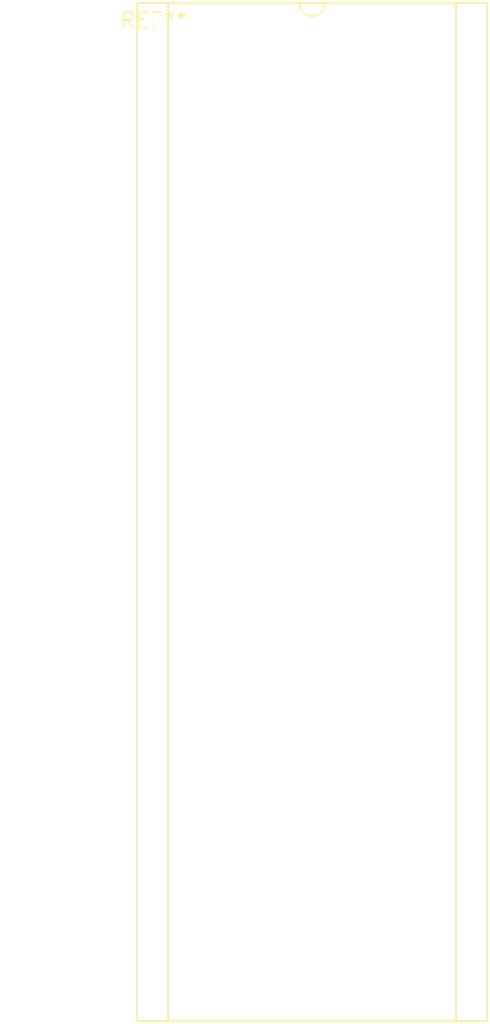
<source format=kicad_pcb>
(kicad_pcb (version 20240108) (generator pcbnew)
  (layers (0 "F.Cu" signal) (31 "B.Cu" signal) (34 "B.Paste" user) (35 "F.Paste" user) (36 "B.SilkS" user "B.Silkscreen") (37 "F.SilkS" user "F.Silkscreen") (38 "B.Mask" user) (39 "F.Mask" user) (44 "Edge.Cuts" user))
  (net 0 "")
  (footprint "DIP-64_W25.4mm_Socket" (layer "F.Cu") (at 0 0)
    (property "Reference" "REF**")
    (property "Value" "DIP-64_W25.4mm_Socket")
    (fp_line (start -1.33 -1.39) (end -1.33 80.13) (layer "F.SilkS") (stroke (width 0.12)))
    (fp_line (start -1.33 80.13) (end 26.73 80.13) (layer "F.SilkS") (stroke (width 0.12)))
    (fp_line (start 1.16 -1.33) (end 1.16 80.07) (layer "F.SilkS") (stroke (width 0.12)))
    (fp_line (start 1.16 80.07) (end 24.24 80.07) (layer "F.SilkS") (stroke (width 0.12)))
    (fp_line (start 11.7 -1.33) (end 1.16 -1.33) (layer "F.SilkS") (stroke (width 0.12)))
    (fp_line (start 24.24 -1.33) (end 13.7 -1.33) (layer "F.SilkS") (stroke (width 0.12)))
    (fp_line (start 24.24 80.07) (end 24.24 -1.33) (layer "F.SilkS") (stroke (width 0.12)))
    (fp_line (start 26.73 -1.39) (end -1.33 -1.39) (layer "F.SilkS") (stroke (width 0.12)))
    (fp_line (start 26.73 80.13) (end 26.73 -1.39) (layer "F.SilkS") (stroke (width 0.12)))
    (fp_arc (start 13.7 -1.33) (mid 12.7 -0.33) (end 11.7 -1.33) (layer "F.SilkS") (stroke (width 0.12)))
    (pad "1" thru_hole rect (at 0 0) (size 1.6 1.6) (drill 0.8) (layers *.Cu *.Mask) (remove_unused_layers))
    (pad "2" thru_hole oval (at 0 2.54) (size 1.6 1.6) (drill 0.8) (layers *.Cu *.Mask) (remove_unused_layers))
    (pad "3" thru_hole oval (at 0 5.08) (size 1.6 1.6) (drill 0.8) (layers *.Cu *.Mask) (remove_unused_layers))
    (pad "4" thru_hole oval (at 0 7.62) (size 1.6 1.6) (drill 0.8) (layers *.Cu *.Mask) (remove_unused_layers))
    (pad "5" thru_hole oval (at 0 10.16) (size 1.6 1.6) (drill 0.8) (layers *.Cu *.Mask) (remove_unused_layers))
    (pad "6" thru_hole oval (at 0 12.7) (size 1.6 1.6) (drill 0.8) (layers *.Cu *.Mask) (remove_unused_layers))
    (pad "7" thru_hole oval (at 0 15.24) (size 1.6 1.6) (drill 0.8) (layers *.Cu *.Mask) (remove_unused_layers))
    (pad "8" thru_hole oval (at 0 17.78) (size 1.6 1.6) (drill 0.8) (layers *.Cu *.Mask) (remove_unused_layers))
    (pad "9" thru_hole oval (at 0 20.32) (size 1.6 1.6) (drill 0.8) (layers *.Cu *.Mask) (remove_unused_layers))
    (pad "10" thru_hole oval (at 0 22.86) (size 1.6 1.6) (drill 0.8) (layers *.Cu *.Mask) (remove_unused_layers))
    (pad "11" thru_hole oval (at 0 25.4) (size 1.6 1.6) (drill 0.8) (layers *.Cu *.Mask) (remove_unused_layers))
    (pad "12" thru_hole oval (at 0 27.94) (size 1.6 1.6) (drill 0.8) (layers *.Cu *.Mask) (remove_unused_layers))
    (pad "13" thru_hole oval (at 0 30.48) (size 1.6 1.6) (drill 0.8) (layers *.Cu *.Mask) (remove_unused_layers))
    (pad "14" thru_hole oval (at 0 33.02) (size 1.6 1.6) (drill 0.8) (layers *.Cu *.Mask) (remove_unused_layers))
    (pad "15" thru_hole oval (at 0 35.56) (size 1.6 1.6) (drill 0.8) (layers *.Cu *.Mask) (remove_unused_layers))
    (pad "16" thru_hole oval (at 0 38.1) (size 1.6 1.6) (drill 0.8) (layers *.Cu *.Mask) (remove_unused_layers))
    (pad "17" thru_hole oval (at 0 40.64) (size 1.6 1.6) (drill 0.8) (layers *.Cu *.Mask) (remove_unused_layers))
    (pad "18" thru_hole oval (at 0 43.18) (size 1.6 1.6) (drill 0.8) (layers *.Cu *.Mask) (remove_unused_layers))
    (pad "19" thru_hole oval (at 0 45.72) (size 1.6 1.6) (drill 0.8) (layers *.Cu *.Mask) (remove_unused_layers))
    (pad "20" thru_hole oval (at 0 48.26) (size 1.6 1.6) (drill 0.8) (layers *.Cu *.Mask) (remove_unused_layers))
    (pad "21" thru_hole oval (at 0 50.8) (size 1.6 1.6) (drill 0.8) (layers *.Cu *.Mask) (remove_unused_layers))
    (pad "22" thru_hole oval (at 0 53.34) (size 1.6 1.6) (drill 0.8) (layers *.Cu *.Mask) (remove_unused_layers))
    (pad "23" thru_hole oval (at 0 55.88) (size 1.6 1.6) (drill 0.8) (layers *.Cu *.Mask) (remove_unused_layers))
    (pad "24" thru_hole oval (at 0 58.42) (size 1.6 1.6) (drill 0.8) (layers *.Cu *.Mask) (remove_unused_layers))
    (pad "25" thru_hole oval (at 0 60.96) (size 1.6 1.6) (drill 0.8) (layers *.Cu *.Mask) (remove_unused_layers))
    (pad "26" thru_hole oval (at 0 63.5) (size 1.6 1.6) (drill 0.8) (layers *.Cu *.Mask) (remove_unused_layers))
    (pad "27" thru_hole oval (at 0 66.04) (size 1.6 1.6) (drill 0.8) (layers *.Cu *.Mask) (remove_unused_layers))
    (pad "28" thru_hole oval (at 0 68.58) (size 1.6 1.6) (drill 0.8) (layers *.Cu *.Mask) (remove_unused_layers))
    (pad "29" thru_hole oval (at 0 71.12) (size 1.6 1.6) (drill 0.8) (layers *.Cu *.Mask) (remove_unused_layers))
    (pad "30" thru_hole oval (at 0 73.66) (size 1.6 1.6) (drill 0.8) (layers *.Cu *.Mask) (remove_unused_layers))
    (pad "31" thru_hole oval (at 0 76.2) (size 1.6 1.6) (drill 0.8) (layers *.Cu *.Mask) (remove_unused_layers))
    (pad "32" thru_hole oval (at 0 78.74) (size 1.6 1.6) (drill 0.8) (layers *.Cu *.Mask) (remove_unused_layers))
    (pad "33" thru_hole oval (at 25.4 78.74) (size 1.6 1.6) (drill 0.8) (layers *.Cu *.Mask) (remove_unused_layers))
    (pad "34" thru_hole oval (at 25.4 76.2) (size 1.6 1.6) (drill 0.8) (layers *.Cu *.Mask) (remove_unused_layers))
    (pad "35" thru_hole oval (at 25.4 73.66) (size 1.6 1.6) (drill 0.8) (layers *.Cu *.Mask) (remove_unused_layers))
    (pad "36" thru_hole oval (at 25.4 71.12) (size 1.6 1.6) (drill 0.8) (layers *.Cu *.Mask) (remove_unused_layers))
    (pad "37" thru_hole oval (at 25.4 68.58) (size 1.6 1.6) (drill 0.8) (layers *.Cu *.Mask) (remove_unused_layers))
    (pad "38" thru_hole oval (at 25.4 66.04) (size 1.6 1.6) (drill 0.8) (layers *.Cu *.Mask) (remove_unused_layers))
    (pad "39" thru_hole oval (at 25.4 63.5) (size 1.6 1.6) (drill 0.8) (layers *.Cu *.Mask) (remove_unused_layers))
    (pad "40" thru_hole oval (at 25.4 60.96) (size 1.6 1.6) (drill 0.8) (layers *.Cu *.Mask) (remove_unused_layers))
    (pad "41" thru_hole oval (at 25.4 58.42) (size 1.6 1.6) (drill 0.8) (layers *.Cu *.Mask) (remove_unused_layers))
    (pad "42" thru_hole oval (at 25.4 55.88) (size 1.6 1.6) (drill 0.8) (layers *.Cu *.Mask) (remove_unused_layers))
    (pad "43" thru_hole oval (at 25.4 53.34) (size 1.6 1.6) (drill 0.8) (layers *.Cu *.Mask) (remove_unused_layers))
    (pad "44" thru_hole oval (at 25.4 50.8) (size 1.6 1.6) (drill 0.8) (layers *.Cu *.Mask) (remove_unused_layers))
    (pad "45" thru_hole oval (at 25.4 48.26) (size 1.6 1.6) (drill 0.8) (layers *.Cu *.Mask) (remove_unused_layers))
    (pad "46" thru_hole oval (at 25.4 45.72) (size 1.6 1.6) (drill 0.8) (layers *.Cu *.Mask) (remove_unused_layers))
    (pad "47" thru_hole oval (at 25.4 43.18) (size 1.6 1.6) (drill 0.8) (layers *.Cu *.Mask) (remove_unused_layers))
    (pad "48" thru_hole oval (at 25.4 40.64) (size 1.6 1.6) (drill 0.8) (layers *.Cu *.Mask) (remove_unused_layers))
    (pad "49" thru_hole oval (at 25.4 38.1) (size 1.6 1.6) (drill 0.8) (layers *.Cu *.Mask) (remove_unused_layers))
    (pad "50" thru_hole oval (at 25.4 35.56) (size 1.6 1.6) (drill 0.8) (layers *.Cu *.Mask) (remove_unused_layers))
    (pad "51" thru_hole oval (at 25.4 33.02) (size 1.6 1.6) (drill 0.8) (layers *.Cu *.Mask) (remove_unused_layers))
    (pad "52" thru_hole oval (at 25.4 30.48) (size 1.6 1.6) (drill 0.8) (layers *.Cu *.Mask) (remove_unused_layers))
    (pad "53" thru_hole oval (at 25.4 27.94) (size 1.6 1.6) (drill 0.8) (layers *.Cu *.Mask) (remove_unused_layers))
    (pad "54" thru_hole oval (at 25.4 25.4) (size 1.6 1.6) (drill 0.8) (layers *.Cu *.Mask) (remove_unused_layers))
    (pad "55" thru_hole oval (at 25.4 22.86) (size 1.6 1.6) (drill 0.8) (layers *.Cu *.Mask) (remove_unused_layers))
    (pad "56" thru_hole oval (at 25.4 20.32) (size 1.6 1.6) (drill 0.8) (layers *.Cu *.Mask) (remove_unused_layers))
    (pad "57" thru_hole oval (at 25.4 17.78) (size 1.6 1.6) (drill 0.8) (layers *.Cu *.Mask) (remove_unused_layers))
    (pad "58" thru_hole oval (at 25.4 15.24) (size 1.6 1.6) (drill 0.8) (layers *.Cu *.Mask) (remove_unused_layers))
    (pad "59" thru_hole oval (at 25.4 12.7) (size 1.6 1.6) (drill 0.8) (layers *.Cu *.Mask) (remove_unused_layers))
    (pad "60" thru_hole oval (at 25.4 10.16) (size 1.6 1.6) (drill 0.8) (layers *.Cu *.Mask) (remove_unused_layers))
    (pad "61" thru_hole oval (at 25.4 7.62) (size 1.6 1.6) (drill 0.8) (layers *.Cu *.Mask) (remove_unused_layers))
    (pad "62" thru_hole oval (at 25.4 5.08) (size 1.6 1.6) (drill 0.8) (layers *.Cu *.Mask) (remove_unused_layers))
    (pad "63" thru_hole oval (at 25.4 2.54) (size 1.6 1.6) (drill 0.8) (layers *.Cu *.Mask) (remove_unused_layers))
    (pad "64" thru_hole oval (at 25.4 0) (size 1.6 1.6) (drill 0.8) (layers *.Cu *.Mask) (remove_unused_layers))
  )
)
</source>
